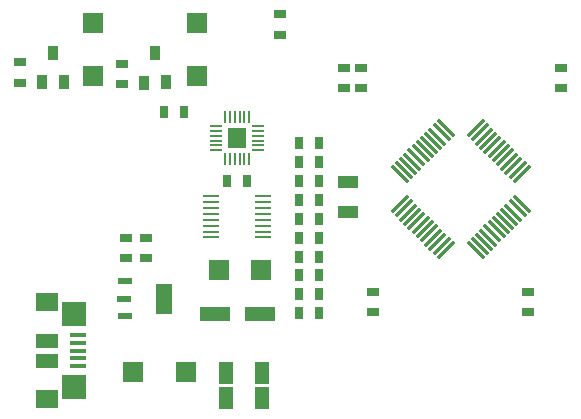
<source format=gtp>
G04*
G04 #@! TF.GenerationSoftware,Altium Limited,Altium Designer,19.0.4 (130)*
G04*
G04 Layer_Color=8421504*
%FSTAX24Y24*%
%MOIN*%
G70*
G01*
G75*
%ADD24R,0.0472X0.0225*%
%ADD25R,0.0572X0.1000*%
%ADD26R,0.0709X0.0394*%
%ADD27R,0.0787X0.0827*%
%ADD28R,0.0748X0.0630*%
%ADD29R,0.0531X0.0157*%
%ADD30R,0.0748X0.0472*%
%ADD31R,0.0700X0.0700*%
%ADD32R,0.0984X0.0472*%
%ADD33R,0.0433X0.0304*%
%ADD34R,0.0304X0.0433*%
%ADD35R,0.0550X0.0110*%
G04:AMPARAMS|DCode=36|XSize=11.8mil|YSize=82.7mil|CornerRadius=0mil|HoleSize=0mil|Usage=FLASHONLY|Rotation=135.000|XOffset=0mil|YOffset=0mil|HoleType=Round|Shape=Round|*
%AMOVALD36*
21,1,0.0709,0.0118,0.0000,0.0000,225.0*
1,1,0.0118,0.0251,0.0251*
1,1,0.0118,-0.0251,-0.0251*
%
%ADD36OVALD36*%

G04:AMPARAMS|DCode=37|XSize=11.8mil|YSize=82.7mil|CornerRadius=0mil|HoleSize=0mil|Usage=FLASHONLY|Rotation=45.000|XOffset=0mil|YOffset=0mil|HoleType=Round|Shape=Round|*
%AMOVALD37*
21,1,0.0709,0.0118,0.0000,0.0000,135.0*
1,1,0.0118,0.0251,-0.0251*
1,1,0.0118,-0.0251,0.0251*
%
%ADD37OVALD37*%

%ADD38O,0.0079X0.0456*%
%ADD39O,0.0456X0.0079*%
%ADD40R,0.0630X0.0689*%
%ADD41R,0.0335X0.0472*%
%ADD42R,0.0472X0.0717*%
%ADD43R,0.0700X0.0700*%
G36*
X042387Y033127D02*
Y032674D01*
X042013D01*
Y033127D01*
X042387D01*
D02*
G37*
D24*
X03845Y026965D02*
D03*
X03844Y027555D02*
D03*
X03845Y028145D02*
D03*
D25*
X039762Y027555D02*
D03*
D26*
X0459Y03045D02*
D03*
Y03145D02*
D03*
D27*
X036775Y027036D02*
D03*
Y024595D02*
D03*
D28*
X03585Y02743D02*
D03*
Y024201D02*
D03*
D29*
X036903Y025304D02*
D03*
Y025559D02*
D03*
Y025815D02*
D03*
Y026071D02*
D03*
Y026327D02*
D03*
D30*
X03585Y02615D02*
D03*
Y025481D02*
D03*
D31*
X0416Y0285D02*
D03*
X043D02*
D03*
X0405Y0251D02*
D03*
X038728D02*
D03*
D32*
X04295Y02705D02*
D03*
X04145D02*
D03*
D33*
X04577Y034564D02*
D03*
Y035234D02*
D03*
X04363Y037024D02*
D03*
Y036354D02*
D03*
X03497Y034754D02*
D03*
Y035424D02*
D03*
X03837Y034714D02*
D03*
Y035384D02*
D03*
X05189Y027094D02*
D03*
Y027764D02*
D03*
X04672Y027104D02*
D03*
Y027774D02*
D03*
X046338Y034564D02*
D03*
Y035234D02*
D03*
X038505Y029571D02*
D03*
Y028901D02*
D03*
X03915Y029571D02*
D03*
Y028901D02*
D03*
X053Y035237D02*
D03*
Y034567D02*
D03*
D34*
X044254Y030209D02*
D03*
X044924D02*
D03*
X044254Y02958D02*
D03*
X044924D02*
D03*
X044254Y027695D02*
D03*
X044924D02*
D03*
X044254Y028952D02*
D03*
X044924D02*
D03*
X044254Y027067D02*
D03*
X044924D02*
D03*
X044254Y028324D02*
D03*
X044924D02*
D03*
X040416Y03377D02*
D03*
X039746D02*
D03*
X044254Y031465D02*
D03*
X044924D02*
D03*
X044254Y032722D02*
D03*
X044924D02*
D03*
X044254Y030837D02*
D03*
X044924D02*
D03*
X041854Y03148D02*
D03*
X042524D02*
D03*
X044254Y032094D02*
D03*
X044924D02*
D03*
D35*
X04306Y029591D02*
D03*
Y029788D02*
D03*
Y029985D02*
D03*
Y030182D02*
D03*
Y030379D02*
D03*
Y030576D02*
D03*
Y030773D02*
D03*
Y03097D02*
D03*
X04134D02*
D03*
Y030773D02*
D03*
Y030576D02*
D03*
Y030379D02*
D03*
Y030182D02*
D03*
Y029985D02*
D03*
Y029788D02*
D03*
Y029591D02*
D03*
D36*
X047618Y030699D02*
D03*
X047757Y03056D02*
D03*
X047896Y030421D02*
D03*
X048035Y030281D02*
D03*
X048175Y030142D02*
D03*
X048314Y030003D02*
D03*
X048453Y029864D02*
D03*
X048592Y029725D02*
D03*
X048731Y029585D02*
D03*
X048871Y029446D02*
D03*
X04901Y029307D02*
D03*
X049149Y029168D02*
D03*
X051682Y031701D02*
D03*
X051543Y03184D02*
D03*
X051404Y031979D02*
D03*
X051265Y032119D02*
D03*
X051125Y032258D02*
D03*
X050986Y032397D02*
D03*
X050847Y032536D02*
D03*
X050708Y032675D02*
D03*
X050569Y032815D02*
D03*
X050429Y032954D02*
D03*
X05029Y033093D02*
D03*
X050151Y033232D02*
D03*
D37*
Y029168D02*
D03*
X05029Y029307D02*
D03*
X050429Y029446D02*
D03*
X050569Y029585D02*
D03*
X050708Y029725D02*
D03*
X050847Y029864D02*
D03*
X050986Y030003D02*
D03*
X051125Y030142D02*
D03*
X051265Y030281D02*
D03*
X051404Y030421D02*
D03*
X051543Y03056D02*
D03*
X051682Y030699D02*
D03*
X049149Y033232D02*
D03*
X04901Y033093D02*
D03*
X048871Y032954D02*
D03*
X048731Y032815D02*
D03*
X048592Y032675D02*
D03*
X048453Y032536D02*
D03*
X048314Y032397D02*
D03*
X048175Y032258D02*
D03*
X048035Y032119D02*
D03*
X047896Y031979D02*
D03*
X047757Y03184D02*
D03*
X047618Y031701D02*
D03*
D38*
X042594Y0336D02*
D03*
X042436D02*
D03*
X042279D02*
D03*
X042121D02*
D03*
X041964D02*
D03*
X041806D02*
D03*
Y0322D02*
D03*
X041964D02*
D03*
X042121D02*
D03*
X042279D02*
D03*
X042436D02*
D03*
X042594D02*
D03*
D39*
X0415Y033294D02*
D03*
Y033136D02*
D03*
Y032979D02*
D03*
Y032821D02*
D03*
Y032664D02*
D03*
Y032506D02*
D03*
X0429D02*
D03*
Y032664D02*
D03*
Y032821D02*
D03*
Y032979D02*
D03*
Y033136D02*
D03*
Y033294D02*
D03*
D40*
X0422Y0329D02*
D03*
D41*
X03605Y035749D02*
D03*
X03642Y034767D02*
D03*
X035676Y034765D02*
D03*
X03945Y035738D02*
D03*
X03982Y034756D02*
D03*
X039076Y034754D02*
D03*
D42*
X041827Y02423D02*
D03*
X043013D02*
D03*
X041827Y02508D02*
D03*
X043013D02*
D03*
D43*
X0374Y034978D02*
D03*
Y036749D02*
D03*
X04085Y034964D02*
D03*
Y036736D02*
D03*
M02*

</source>
